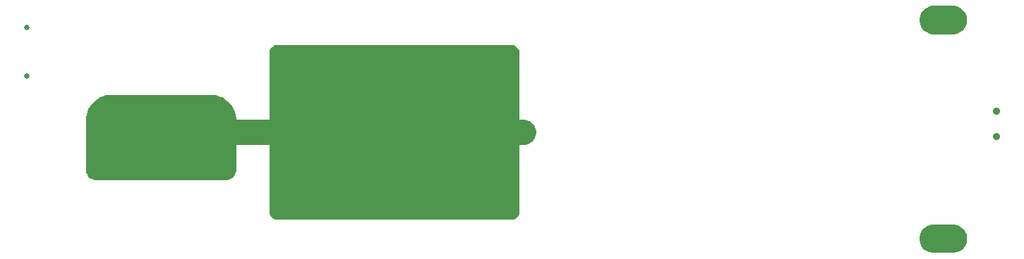
<source format=gbr>
%TF.GenerationSoftware,Altium Limited,Altium Designer,21.0.9 (235)*%
G04 Layer_Color=0*
%FSLAX45Y45*%
%MOMM*%
%TF.SameCoordinates,4BE4B6C8-753D-4877-B088-52E4D9ED0B03*%
%TF.FilePolarity,Positive*%
%TF.FileFunction,NonPlated,1,2,NPTH,Drill*%
%TF.Part,Single*%
G01*
G75*
%TA.AperFunction,ComponentDrill*%
%ADD93C,0.90000*%
%ADD94C,0.65000*%
G36*
X15470000Y5540000D02*
X15453256D01*
X15420413Y5533467D01*
X15389474Y5520652D01*
X15361630Y5502048D01*
X15337952Y5478369D01*
X15319348Y5450525D01*
X15306532Y5419587D01*
X15300000Y5386744D01*
Y5353257D01*
X15306532Y5320413D01*
X15319348Y5289475D01*
X15337952Y5261631D01*
X15361630Y5237952D01*
X15389474Y5219348D01*
X15420413Y5206533D01*
X15453256Y5200000D01*
X15470000D01*
D01*
X15700000D01*
X15716743D01*
X15749586Y5206533D01*
X15780525Y5219348D01*
X15808368Y5237952D01*
X15832047Y5261631D01*
X15850652Y5289475D01*
X15863467Y5320413D01*
X15870000Y5353257D01*
Y5386744D01*
X15863467Y5419587D01*
X15850652Y5450525D01*
X15832047Y5478369D01*
X15808368Y5502048D01*
X15780525Y5520652D01*
X15749586Y5533467D01*
X15716743Y5540000D01*
X15700000D01*
D01*
X15470000D01*
D02*
G37*
G36*
X15470000Y8170000D02*
X15453256D01*
X15420413Y8163467D01*
X15389474Y8150652D01*
X15361630Y8132047D01*
X15337952Y8108369D01*
X15319348Y8080525D01*
X15306532Y8049587D01*
X15300000Y8016743D01*
Y7983256D01*
X15306532Y7950413D01*
X15319348Y7919475D01*
X15337952Y7891631D01*
X15361630Y7867952D01*
X15389474Y7849348D01*
X15420413Y7836533D01*
X15453256Y7830000D01*
X15470000D01*
D01*
X15700000D01*
X15716743D01*
X15749586Y7836533D01*
X15780525Y7849348D01*
X15808369Y7867952D01*
X15832048Y7891631D01*
X15850652Y7919475D01*
X15863467Y7950413D01*
X15870000Y7983256D01*
Y8016743D01*
X15863467Y8049587D01*
X15850652Y8080525D01*
X15832048Y8108369D01*
X15808369Y8132047D01*
X15780525Y8150652D01*
X15749586Y8163467D01*
X15716743Y8170000D01*
X15700000D01*
D01*
X15470000D01*
D02*
G37*
G36*
X5599994Y7099999D02*
X6799991Y7099999D01*
X6819654Y7099999D01*
X6858643Y7094866D01*
X6896629Y7084688D01*
X6932961Y7069638D01*
X6967019Y7049975D01*
X6998218Y7026035D01*
X7026025Y6998227D01*
X7049965Y6967027D01*
X7069627Y6932970D01*
X7084676Y6896637D01*
X7094854Y6858652D01*
X7099986Y6819662D01*
X7099986Y6799999D01*
X7099987Y6800000D01*
X7500000D01*
Y7600000D01*
Y7609849D01*
X7503843Y7629169D01*
X7511381Y7647368D01*
X7522325Y7663746D01*
X7536254Y7677675D01*
X7552632Y7688619D01*
X7570831Y7696157D01*
X7590151Y7700000D01*
X7600000Y7700000D01*
X7600000Y7700000D01*
X10400000Y7700000D01*
X10409849Y7700000D01*
X10429169Y7696157D01*
X10447368Y7688619D01*
X10463746Y7677675D01*
X10477675Y7663746D01*
X10488619Y7647367D01*
X10496157Y7629168D01*
X10499999Y7609848D01*
X10499999Y7599999D01*
X10500000Y7600000D01*
Y6800000D01*
X10550000Y6800000D01*
X10564773Y6800000D01*
X10593753Y6794236D01*
X10621052Y6782928D01*
X10645619Y6766513D01*
X10666512Y6745619D01*
X10682928Y6721051D01*
X10694235Y6693752D01*
X10699998Y6664773D01*
X10699998Y6649999D01*
X10699999Y6650000D01*
X10700000Y6635226D01*
X10694236Y6606245D01*
X10682929Y6578946D01*
X10666513Y6554378D01*
X10645619Y6533485D01*
X10621050Y6517069D01*
X10593751Y6505762D01*
X10564771Y6499999D01*
X10549997Y6499999D01*
X10549998D01*
X10500000Y6500000D01*
X10500000Y5700000D01*
X10500000Y5690151D01*
X10496157Y5670830D01*
X10488619Y5652631D01*
X10477676Y5636253D01*
X10463746Y5622324D01*
X10447367Y5611380D01*
X10429168Y5603842D01*
X10409848Y5599999D01*
X10399999Y5600000D01*
X10400000D01*
X7600000D01*
X7590151D01*
X7570831Y5603843D01*
X7552632Y5611381D01*
X7536254Y5622325D01*
X7522325Y5636254D01*
X7511381Y5652632D01*
X7503843Y5670831D01*
X7500000Y5690151D01*
Y5700000D01*
D01*
Y6500000D01*
X7100000D01*
Y6200000D01*
Y6187688D01*
X7095196Y6163539D01*
X7085773Y6140790D01*
X7072094Y6120317D01*
X7054683Y6102906D01*
X7034210Y6089226D01*
X7011461Y6079804D01*
X6987311Y6075000D01*
X6975000D01*
D01*
X5425000D01*
X5412688D01*
X5388539Y6079804D01*
X5365790Y6089226D01*
X5345317Y6102906D01*
X5327906Y6120317D01*
X5314226Y6140790D01*
X5304804Y6163539D01*
X5300000Y6187688D01*
Y6200000D01*
D01*
X5300000Y6800006D01*
Y6819668D01*
X5305133Y6858657D01*
X5315311Y6896642D01*
X5330360Y6932974D01*
X5350023Y6967031D01*
X5373962Y6998229D01*
X5401769Y7026036D01*
X5432968Y7049976D01*
X5467025Y7069639D01*
X5503357Y7084687D01*
X5541342Y7094865D01*
X5580331Y7099998D01*
X5599994Y7099998D01*
X5599994Y7099999D01*
D02*
G37*
D93*
X16220000Y6600000D02*
D03*
Y6900000D02*
D03*
D94*
X4593000Y7329000D02*
D03*
Y7907000D02*
D03*
%TF.MD5,c42b67fca77a42f5a962c06d6a432720*%
M02*

</source>
